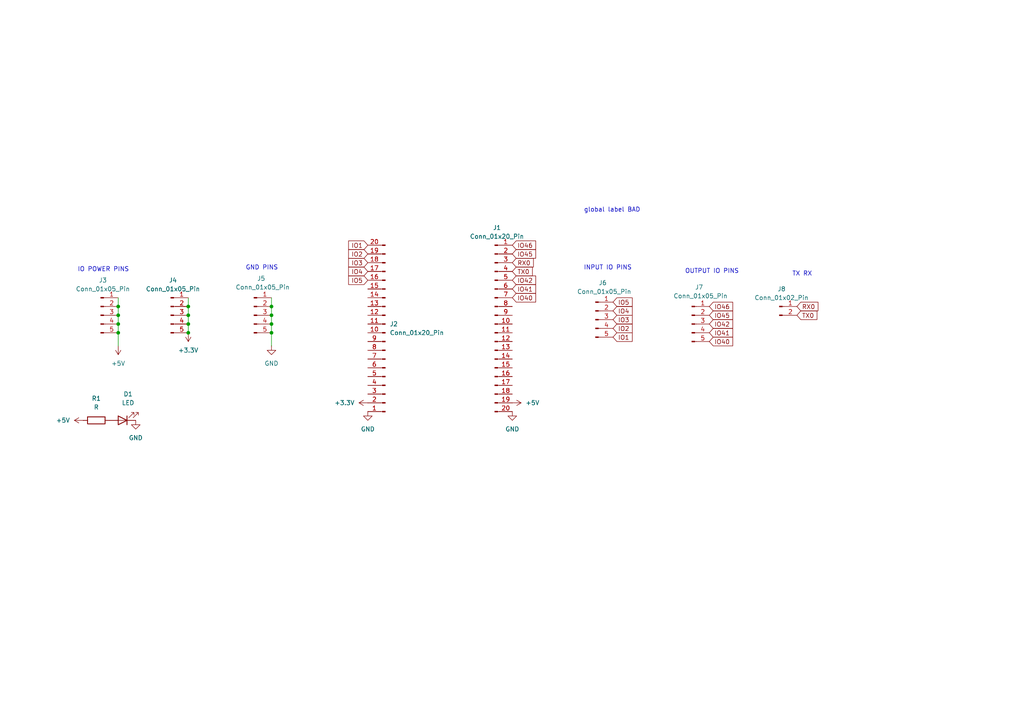
<source format=kicad_sch>
(kicad_sch (version 20231120) (generator "eeschema") (generator_version "8.0")
  (paper "A4")
  (lib_symbols
    (symbol "Connector:Conn_01x02_Pin" (pin_names (offset 1.016) hide)
      (property "Reference" "J" (at 0 2.54 0))
      (property "Value" "Conn_01x02_Pin" (at 0 -5.08 0))
      (symbol "Conn_01x02_Pin_1_1"
        (polyline (pts (xy 1.27 -2.54) (xy 0.8636 -2.54)) (stroke (width 0.1524)))
        (polyline (pts (xy 1.27 0) (xy 0.8636 0)) (stroke (width 0.1524)))
        (rectangle (start 0.8636 -2.413) (end 0 -2.667) (stroke (width 0.1524)) (fill (type outline)))
        (rectangle (start 0.8636 0.127) (end 0 -0.127) (stroke (width 0.1524)) (fill (type outline)))
        (pin passive line (at 5.08 0 180) (length 3.81) (name "Pin_1") (number "1"))
        (pin passive line (at 5.08 -2.54 180) (length 3.81) (name "Pin_2") (number "2"))
      )
    )
    (symbol "Connector:Conn_01x05_Pin" (pin_names (offset 1.016) hide)
      (property "Reference" "J" (at 0 7.62 0))
      (property "Value" "Conn_01x05_Pin" (at 0 -7.62 0))
      (symbol "Conn_01x05_Pin_1_1"
        (polyline (pts (xy 1.27 -5.08) (xy 0.8636 -5.08)) (stroke (width 0.1524)))
        (polyline (pts (xy 1.27 -2.54) (xy 0.8636 -2.54)) (stroke (width 0.1524)))
        (polyline (pts (xy 1.27 0) (xy 0.8636 0)) (stroke (width 0.1524)))
        (polyline (pts (xy 1.27 2.54) (xy 0.8636 2.54)) (stroke (width 0.1524)))
        (polyline (pts (xy 1.27 5.08) (xy 0.8636 5.08)) (stroke (width 0.1524)))
        (rectangle (start 0.8636 -4.953) (end 0 -5.207) (stroke (width 0.1524)) (fill (type outline)))
        (rectangle (start 0.8636 -2.413) (end 0 -2.667) (stroke (width 0.1524)) (fill (type outline)))
        (rectangle (start 0.8636 0.127) (end 0 -0.127) (stroke (width 0.1524)) (fill (type outline)))
        (rectangle (start 0.8636 2.667) (end 0 2.413) (stroke (width 0.1524)) (fill (type outline)))
        (rectangle (start 0.8636 5.207) (end 0 4.953) (stroke (width 0.1524)) (fill (type outline)))
        (pin passive line (at 5.08 5.08 180) (length 3.81) (name "Pin_1") (number "1"))
        (pin passive line (at 5.08 2.54 180) (length 3.81) (name "Pin_2") (number "2"))
        (pin passive line (at 5.08 0 180) (length 3.81) (name "Pin_3") (number "3"))
        (pin passive line (at 5.08 -2.54 180) (length 3.81) (name "Pin_4") (number "4"))
        (pin passive line (at 5.08 -5.08 180) (length 3.81) (name "Pin_5") (number "5"))
      )
    )
    (symbol "Connector:Conn_01x20_Pin" (pin_names (offset 1.016) hide)
      (property "Reference" "J" (at 0 25.4 0))
      (property "Value" "Conn_01x20_Pin" (at 0 -27.94 0))
      (symbol "Conn_01x20_Pin_1_1"
        (polyline (pts (xy 1.27 -25.4) (xy 0.8636 -25.4)) (stroke (width 0.1524)))
        (polyline (pts (xy 1.27 -22.86) (xy 0.8636 -22.86)) (stroke (width 0.1524)))
        (polyline (pts (xy 1.27 -20.32) (xy 0.8636 -20.32)) (stroke (width 0.1524)))
        (polyline (pts (xy 1.27 -17.78) (xy 0.8636 -17.78)) (stroke (width 0.1524)))
        (polyline (pts (xy 1.27 -15.24) (xy 0.8636 -15.24)) (stroke (width 0.1524)))
        (polyline (pts (xy 1.27 -12.7) (xy 0.8636 -12.7)) (stroke (width 0.1524)))
        (polyline (pts (xy 1.27 -10.16) (xy 0.8636 -10.16)) (stroke (width 0.1524)))
        (polyline (pts (xy 1.27 -7.62) (xy 0.8636 -7.62)) (stroke (width 0.1524)))
        (polyline (pts (xy 1.27 -5.08) (xy 0.8636 -5.08)) (stroke (width 0.1524)))
        (polyline (pts (xy 1.27 -2.54) (xy 0.8636 -2.54)) (stroke (width 0.1524)))
        (polyline (pts (xy 1.27 0) (xy 0.8636 0)) (stroke (width 0.1524)))
        (polyline (pts (xy 1.27 2.54) (xy 0.8636 2.54)) (stroke (width 0.1524)))
        (polyline (pts (xy 1.27 5.08) (xy 0.8636 5.08)) (stroke (width 0.1524)))
        (polyline (pts (xy 1.27 7.62) (xy 0.8636 7.62)) (stroke (width 0.1524)))
        (polyline (pts (xy 1.27 10.16) (xy 0.8636 10.16)) (stroke (width 0.1524)))
        (polyline (pts (xy 1.27 12.7) (xy 0.8636 12.7)) (stroke (width 0.1524)))
        (polyline (pts (xy 1.27 15.24) (xy 0.8636 15.24)) (stroke (width 0.1524)))
        (polyline (pts (xy 1.27 17.78) (xy 0.8636 17.78)) (stroke (width 0.1524)))
        (polyline (pts (xy 1.27 20.32) (xy 0.8636 20.32)) (stroke (width 0.1524)))
        (polyline (pts (xy 1.27 22.86) (xy 0.8636 22.86)) (stroke (width 0.1524)))
        (rectangle (start 0.8636 -25.273) (end 0 -25.527) (stroke (width 0.1524)) (fill (type outline)))
        (rectangle (start 0.8636 -22.733) (end 0 -22.987) (stroke (width 0.1524)) (fill (type outline)))
        (rectangle (start 0.8636 -20.193) (end 0 -20.447) (stroke (width 0.1524)) (fill (type outline)))
        (rectangle (start 0.8636 -17.653) (end 0 -17.907) (stroke (width 0.1524)) (fill (type outline)))
        (rectangle (start 0.8636 -15.113) (end 0 -15.367) (stroke (width 0.1524)) (fill (type outline)))
        (rectangle (start 0.8636 -12.573) (end 0 -12.827) (stroke (width 0.1524)) (fill (type outline)))
        (rectangle (start 0.8636 -10.033) (end 0 -10.287) (stroke (width 0.1524)) (fill (type outline)))
        (rectangle (start 0.8636 -7.493) (end 0 -7.747) (stroke (width 0.1524)) (fill (type outline)))
        (rectangle (start 0.8636 -4.953) (end 0 -5.207) (stroke (width 0.1524)) (fill (type outline)))
        (rectangle (start 0.8636 -2.413) (end 0 -2.667) (stroke (width 0.1524)) (fill (type outline)))
        (rectangle (start 0.8636 0.127) (end 0 -0.127) (stroke (width 0.1524)) (fill (type outline)))
        (rectangle (start 0.8636 2.667) (end 0 2.413) (stroke (width 0.1524)) (fill (type outline)))
        (rectangle (start 0.8636 5.207) (end 0 4.953) (stroke (width 0.1524)) (fill (type outline)))
        (rectangle (start 0.8636 7.747) (end 0 7.493) (stroke (width 0.1524)) (fill (type outline)))
        (rectangle (start 0.8636 10.287) (end 0 10.033) (stroke (width 0.1524)) (fill (type outline)))
        (rectangle (start 0.8636 12.827) (end 0 12.573) (stroke (width 0.1524)) (fill (type outline)))
        (rectangle (start 0.8636 15.367) (end 0 15.113) (stroke (width 0.1524)) (fill (type outline)))
        (rectangle (start 0.8636 17.907) (end 0 17.653) (stroke (width 0.1524)) (fill (type outline)))
        (rectangle (start 0.8636 20.447) (end 0 20.193) (stroke (width 0.1524)) (fill (type outline)))
        (rectangle (start 0.8636 22.987) (end 0 22.733) (stroke (width 0.1524)) (fill (type outline)))
        (pin passive line (at 5.08 22.86 180) (length 3.81) (name "Pin_1") (number "1"))
        (pin passive line (at 5.08 0 180) (length 3.81) (name "Pin_10") (number "10"))
        (pin passive line (at 5.08 -2.54 180) (length 3.81) (name "Pin_11") (number "11"))
        (pin passive line (at 5.08 -5.08 180) (length 3.81) (name "Pin_12") (number "12"))
        (pin passive line (at 5.08 -7.62 180) (length 3.81) (name "Pin_13") (number "13"))
        (pin passive line (at 5.08 -10.16 180) (length 3.81) (name "Pin_14") (number "14"))
        (pin passive line (at 5.08 -12.7 180) (length 3.81) (name "Pin_15") (number "15"))
        (pin passive line (at 5.08 -15.24 180) (length 3.81) (name "Pin_16") (number "16"))
        (pin passive line (at 5.08 -17.78 180) (length 3.81) (name "Pin_17") (number "17"))
        (pin passive line (at 5.08 -20.32 180) (length 3.81) (name "Pin_18") (number "18"))
        (pin passive line (at 5.08 -22.86 180) (length 3.81) (name "Pin_19") (number "19"))
        (pin passive line (at 5.08 20.32 180) (length 3.81) (name "Pin_2") (number "2"))
        (pin passive line (at 5.08 -25.4 180) (length 3.81) (name "Pin_20") (number "20"))
        (pin passive line (at 5.08 17.78 180) (length 3.81) (name "Pin_3") (number "3"))
        (pin passive line (at 5.08 15.24 180) (length 3.81) (name "Pin_4") (number "4"))
        (pin passive line (at 5.08 12.7 180) (length 3.81) (name "Pin_5") (number "5"))
        (pin passive line (at 5.08 10.16 180) (length 3.81) (name "Pin_6") (number "6"))
        (pin passive line (at 5.08 7.62 180) (length 3.81) (name "Pin_7") (number "7"))
        (pin passive line (at 5.08 5.08 180) (length 3.81) (name "Pin_8") (number "8"))
        (pin passive line (at 5.08 2.54 180) (length 3.81) (name "Pin_9") (number "9"))
      )
    )
    (symbol "Device:LED" (pin_numbers hide) (pin_names (offset 1.016) hide)
      (property "Reference" "D" (at 0 2.54 0))
      (property "Value" "LED" (at 0 -2.54 0))
      (symbol "LED_0_1"
        (polyline (pts (xy -1.27 -1.27) (xy -1.27 1.27)) (stroke (width 0.254)))
        (polyline (pts (xy -1.27 0) (xy 1.27 0)))
        (polyline (pts (xy 1.27 -1.27) (xy 1.27 1.27) (xy -1.27 0) (xy 1.27 -1.27)) (stroke (width 0.254)))
        (polyline (pts (xy -3.048 -0.762) (xy -4.572 -2.286) (xy -3.81 -2.286) (xy -4.572 -2.286) (xy -4.572 -1.524)))
        (polyline (pts (xy -1.778 -0.762) (xy -3.302 -2.286) (xy -2.54 -2.286) (xy -3.302 -2.286) (xy -3.302 -1.524)))
      )
      (symbol "LED_1_1"
        (pin passive line (at -3.81 0 0) (length 2.54) (name "K") (number "1"))
        (pin passive line (at 3.81 0 180) (length 2.54) (name "A") (number "2"))
      )
    )
    (symbol "Device:R" (pin_numbers hide) (pin_names (offset 0))
      (property "Reference" "R" (at 2.032 0 90))
      (property "Value" "R" (at 0 0 90))
      (symbol "R_0_1"
        (rectangle (start -1.016 -2.54) (end 1.016 2.54) (stroke (width 0.254)))
      )
      (symbol "R_1_1"
        (pin passive line (at 0 3.81 270) (length 1.27) (name "~") (number "1"))
        (pin passive line (at 0 -3.81 90) (length 1.27) (name "~") (number "2"))
      )
    )
    (symbol "power:+3.3V" (power) (pin_numbers hide) (pin_names (offset 0) hide)
      (property "Value" "+3.3V" (at 0 3.556 0))
      (symbol "+3.3V_0_1"
        (polyline (pts (xy -0.762 1.27) (xy 0 2.54)))
        (polyline (pts (xy 0 0) (xy 0 2.54)))
        (polyline (pts (xy 0 2.54) (xy 0.762 1.27)))
      )
      (symbol "+3.3V_1_1"
        (pin power_in line (at 0 0 90) (length 0) (name "~") (number "1"))
      )
    )
    (symbol "power:+5V" (power) (pin_numbers hide) (pin_names (offset 0) hide)
      (property "Value" "+5V" (at 0 3.556 0))
      (symbol "+5V_0_1"
        (polyline (pts (xy -0.762 1.27) (xy 0 2.54)))
        (polyline (pts (xy 0 0) (xy 0 2.54)))
        (polyline (pts (xy 0 2.54) (xy 0.762 1.27)))
      )
      (symbol "+5V_1_1"
        (pin power_in line (at 0 0 90) (length 0) (name "~") (number "1"))
      )
    )
    (symbol "power:GND" (power) (pin_numbers hide) (pin_names (offset 0) hide)
      (property "Value" "GND" (at 0 -3.81 0))
      (symbol "GND_0_1"
        (polyline (pts (xy 0 0) (xy 0 -1.27) (xy 1.27 -1.27) (xy 0 -2.54) (xy -1.27 -1.27) (xy 0 -1.27)))
      )
      (symbol "GND_1_1"
        (pin power_in line (at 0 0 270) (length 0) (name "~") (number "1"))
      )
    )
  )
  (junction (at 34.29 91.44))
  (junction (at 54.61 88.9))
  (junction (at 34.29 96.52))
  (junction (at 78.74 88.9))
  (junction (at 78.74 96.52))
  (junction (at 78.74 93.98))
  (junction (at 54.61 91.44))
  (junction (at 34.29 88.9))
  (junction (at 78.74 91.44))
  (junction (at 34.29 93.98))
  (junction (at 54.61 93.98))
  (junction (at 54.61 96.52))
  (wire (pts (xy 78.74 86.36) (xy 78.74 88.9)))
  (wire (pts (xy 54.61 86.36) (xy 54.61 88.9)))
  (wire (pts (xy 78.74 93.98) (xy 78.74 96.52)))
  (wire (pts (xy 34.29 91.44) (xy 34.29 93.98)))
  (wire (pts (xy 54.61 88.9) (xy 54.61 91.44)))
  (wire (pts (xy 54.61 93.98) (xy 54.61 96.52)))
  (wire (pts (xy 34.29 86.36) (xy 34.29 88.9)))
  (wire (pts (xy 54.61 91.44) (xy 54.61 93.98)))
  (wire (pts (xy 78.74 88.9) (xy 78.74 91.44)))
  (wire (pts (xy 78.74 96.52) (xy 78.74 100.33)))
  (wire (pts (xy 78.74 91.44) (xy 78.74 93.98)))
  (wire (pts (xy 34.29 96.52) (xy 34.29 100.33)))
  (wire (pts (xy 34.29 93.98) (xy 34.29 96.52)))
  (wire (pts (xy 34.29 88.9) (xy 34.29 91.44)))
  (text "TX RX\n" (at 232.664 79.502 0) (effects (font (size 1.27 1.27))))
  (text "GND PINS" (at 75.946 77.724 0) (effects (font (size 1.27 1.27))))
  (text "OUTPUT IO PINS\n" (at 206.502 78.74 0) (effects (font (size 1.27 1.27))))
  (text "IO POWER PINS" (at 29.972 78.232 0) (effects (font (size 1.27 1.27))))
  (text "INPUT IO PINS\n" (at 176.276 77.724 0) (effects (font (size 1.27 1.27))))
  (text "global label BAD" (at 177.546 60.96 0) (effects (font (size 1.27 1.27))))
  (global_label "IO5" (shape input) (at 177.8 87.63 0) (property "Intersheetrefs" "${INTERSHEET_REFS}" (effects (hide yes))))
  (global_label "IO1" (shape input) (at 106.68 71.12 180) (property "Intersheetrefs" "${INTERSHEET_REFS}" (effects (hide yes))))
  (global_label "RX0" (shape input) (at 148.59 76.2 0) (property "Intersheetrefs" "${INTERSHEET_REFS}" (effects (hide yes))))
  (global_label "IO40" (shape input) (at 148.59 86.36 0) (property "Intersheetrefs" "${INTERSHEET_REFS}" (effects (hide yes))))
  (global_label "RX0" (shape input) (at 231.14 88.9 0) (property "Intersheetrefs" "${INTERSHEET_REFS}" (effects (hide yes))))
  (global_label "IO1" (shape input) (at 177.8 97.79 0) (property "Intersheetrefs" "${INTERSHEET_REFS}" (effects (hide yes))))
  (global_label "IO4" (shape input) (at 177.8 90.17 0) (property "Intersheetrefs" "${INTERSHEET_REFS}" (effects (hide yes))))
  (global_label "IO46" (shape input) (at 148.59 71.12 0) (property "Intersheetrefs" "${INTERSHEET_REFS}" (effects (hide yes))))
  (global_label "IO5" (shape input) (at 106.68 81.28 180) (property "Intersheetrefs" "${INTERSHEET_REFS}" (effects (hide yes))))
  (global_label "IO42" (shape input) (at 205.74 93.98 0) (property "Intersheetrefs" "${INTERSHEET_REFS}" (effects (hide yes))))
  (global_label "IO3" (shape input) (at 106.68 76.2 180) (property "Intersheetrefs" "${INTERSHEET_REFS}" (effects (hide yes))))
  (global_label "IO40" (shape input) (at 205.74 99.06 0) (property "Intersheetrefs" "${INTERSHEET_REFS}" (effects (hide yes))))
  (global_label "IO41" (shape input) (at 205.74 96.52 0) (property "Intersheetrefs" "${INTERSHEET_REFS}" (effects (hide yes))))
  (global_label "IO42" (shape input) (at 148.59 81.28 0) (property "Intersheetrefs" "${INTERSHEET_REFS}" (effects (hide yes))))
  (global_label "IO2" (shape input) (at 106.68 73.66 180) (property "Intersheetrefs" "${INTERSHEET_REFS}" (effects (hide yes))))
  (global_label "IO4" (shape input) (at 106.68 78.74 180) (property "Intersheetrefs" "${INTERSHEET_REFS}" (effects (hide yes))))
  (global_label "IO45" (shape input) (at 148.59 73.66 0) (property "Intersheetrefs" "${INTERSHEET_REFS}" (effects (hide yes))))
  (global_label "IO45" (shape input) (at 205.74 91.44 0) (property "Intersheetrefs" "${INTERSHEET_REFS}" (effects (hide yes))))
  (global_label "IO2" (shape input) (at 177.8 95.25 0) (property "Intersheetrefs" "${INTERSHEET_REFS}" (effects (hide yes))))
  (global_label "TX0" (shape input) (at 148.59 78.74 0) (property "Intersheetrefs" "${INTERSHEET_REFS}" (effects (hide yes))))
  (global_label "IO41" (shape input) (at 148.59 83.82 0) (property "Intersheetrefs" "${INTERSHEET_REFS}" (effects (hide yes))))
  (global_label "TX0" (shape input) (at 231.14 91.44 0) (property "Intersheetrefs" "${INTERSHEET_REFS}" (effects (hide yes))))
  (global_label "IO3" (shape input) (at 177.8 92.71 0) (property "Intersheetrefs" "${INTERSHEET_REFS}" (effects (hide yes))))
  (global_label "IO46" (shape input) (at 205.74 88.9 0) (property "Intersheetrefs" "${INTERSHEET_REFS}" (effects (hide yes))))
  (symbol (lib_id "power:+3.3V") (at 54.61 96.52 180) (unit 1)
    (property "Reference" "#PWR07" (effects (hide yes)))
    (property "Value" "+3.3V" (at 54.61 101.6 0))
    (property "Description" "Power symbol creates a global label with name \"+3.3V\"" (effects (hide yes)))
  )
  (symbol (lib_id "Device:R") (at 27.94 121.92 90) (unit 1)
    (property "Reference" "R1" (at 27.94 115.57 90))
    (property "Value" "R" (at 27.94 118.11 90))
    (property "Description" "Resistor" (effects (hide yes)))
  )
  (symbol (lib_id "power:+5V") (at 34.29 100.33 180) (unit 1)
    (property "Reference" "#PWR03" (effects (hide yes)))
    (property "Value" "+5V" (at 34.29 105.41 0))
    (property "Description" "Power symbol creates a global label with name \"+5V\"" (effects (hide yes)))
  )
  (symbol (lib_id "Connector:Conn_01x05_Pin") (at 29.21 91.44 0) (unit 1)
    (property "Reference" "J3" (at 29.845 81.28 0))
    (property "Value" "Conn_01x05_Pin" (at 29.845 83.82 0))
    (property "Description" "Generic connector, single row, 01x05, script generated" (effects (hide yes)))
  )
  (symbol (lib_id "Connector:Conn_01x05_Pin") (at 200.66 93.98 0) (unit 1)
    (property "Reference" "J7" (at 203.962 83.312 0) (effects (justify right)))
    (property "Value" "Conn_01x05_Pin" (at 211.074 85.852 0) (effects (justify right)))
    (property "Description" "Generic connector, single row, 01x05, script generated" (effects (hide yes)))
  )
  (symbol (lib_id "power:GND") (at 39.37 121.92 0) (unit 1)
    (property "Reference" "#PWR09" (effects (hide yes)))
    (property "Value" "GND" (at 39.37 127 0))
    (property "Description" "Power symbol creates a global label with name \"GND\" , ground" (effects (hide yes)))
  )
  (symbol (lib_id "Connector:Conn_01x05_Pin") (at 49.53 91.44 0) (unit 1)
    (property "Reference" "J4" (at 50.165 81.28 0))
    (property "Value" "Conn_01x05_Pin" (at 50.165 83.82 0))
    (property "Description" "Generic connector, single row, 01x05, script generated" (effects (hide yes)))
  )
  (symbol (lib_id "power:GND") (at 78.74 100.33 0) (unit 1)
    (property "Reference" "#PWR06" (effects (hide yes)))
    (property "Value" "GND" (at 78.74 105.41 0))
    (property "Description" "Power symbol creates a global label with name \"GND\" , ground" (effects (hide yes)))
  )
  (symbol (lib_id "power:+3.3V") (at 106.68 116.84 90) (unit 1)
    (property "Reference" "#PWR05" (effects (hide yes)))
    (property "Value" "+3.3V" (at 102.87 116.8399 90) (effects (justify left)))
    (property "Description" "Power symbol creates a global label with name \"+3.3V\"" (effects (hide yes)))
  )
  (symbol (lib_id "Device:LED") (at 35.56 121.92 180) (unit 1)
    (property "Reference" "D1" (at 37.1475 114.3 0))
    (property "Value" "LED" (at 37.1475 116.84 0))
    (property "Description" "Light emitting diode" (effects (hide yes)))
  )
  (symbol (lib_id "Connector:Conn_01x05_Pin") (at 172.72 92.71 0) (unit 1)
    (property "Reference" "J6" (at 176.022 82.042 0) (effects (justify right)))
    (property "Value" "Conn_01x05_Pin" (at 183.134 84.582 0) (effects (justify right)))
    (property "Description" "Generic connector, single row, 01x05, script generated" (effects (hide yes)))
  )
  (symbol (lib_id "Connector:Conn_01x02_Pin") (at 226.06 88.9 0) (unit 1)
    (property "Reference" "J8" (at 226.695 83.82 0))
    (property "Value" "Conn_01x02_Pin" (at 226.695 86.36 0))
    (property "Description" "Generic connector, single row, 01x02, script generated" (effects (hide yes)))
  )
  (symbol (lib_id "Connector:Conn_01x20_Pin") (at 143.51 93.98 0) (unit 1)
    (property "Reference" "J1" (at 144.145 66.04 0))
    (property "Value" "Conn_01x20_Pin" (at 144.145 68.58 0))
    (property "Description" "Generic connector, single row, 01x20, script generated" (effects (hide yes)))
  )
  (symbol (lib_id "power:GND") (at 148.59 119.38 0) (unit 1)
    (property "Reference" "#PWR02" (effects (hide yes)))
    (property "Value" "GND" (at 148.59 124.46 0))
    (property "Description" "Power symbol creates a global label with name \"GND\" , ground" (effects (hide yes)))
  )
  (symbol (lib_id "power:GND") (at 106.68 119.38 0) (unit 1)
    (property "Reference" "#PWR01" (effects (hide yes)))
    (property "Value" "GND" (at 106.68 124.46 0))
    (property "Description" "Power symbol creates a global label with name \"GND\" , ground" (effects (hide yes)))
  )
  (symbol (lib_id "power:+5V") (at 148.59 116.84 270) (unit 1)
    (property "Reference" "#PWR04" (effects (hide yes)))
    (property "Value" "+5V" (at 152.4 116.8399 90) (effects (justify left)))
    (property "Description" "Power symbol creates a global label with name \"+5V\"" (effects (hide yes)))
  )
  (symbol (lib_id "Connector:Conn_01x05_Pin") (at 73.66 91.44 0) (unit 1)
    (property "Reference" "J5" (at 76.962 80.772 0) (effects (justify right)))
    (property "Value" "Conn_01x05_Pin" (at 84.074 83.312 0) (effects (justify right)))
    (property "Description" "Generic connector, single row, 01x05, script generated" (effects (hide yes)))
  )
  (symbol (lib_id "power:+5V") (at 24.13 121.92 90) (unit 1)
    (property "Reference" "#PWR08" (effects (hide yes)))
    (property "Value" "+5V" (at 20.32 121.9199 90) (effects (justify left)))
    (property "Description" "Power symbol creates a global label with name \"+5V\"" (effects (hide yes)))
  )
  (symbol (lib_id "Connector:Conn_01x20_Pin") (at 111.76 96.52 180) (unit 1)
    (property "Reference" "J2" (at 113.03 93.9799 0) (effects (justify right)))
    (property "Value" "Conn_01x20_Pin" (at 113.03 96.5199 0) (effects (justify right)))
    (property "Description" "Generic connector, single row, 01x20, script generated" (effects (hide yes)))
  )
)
</source>
